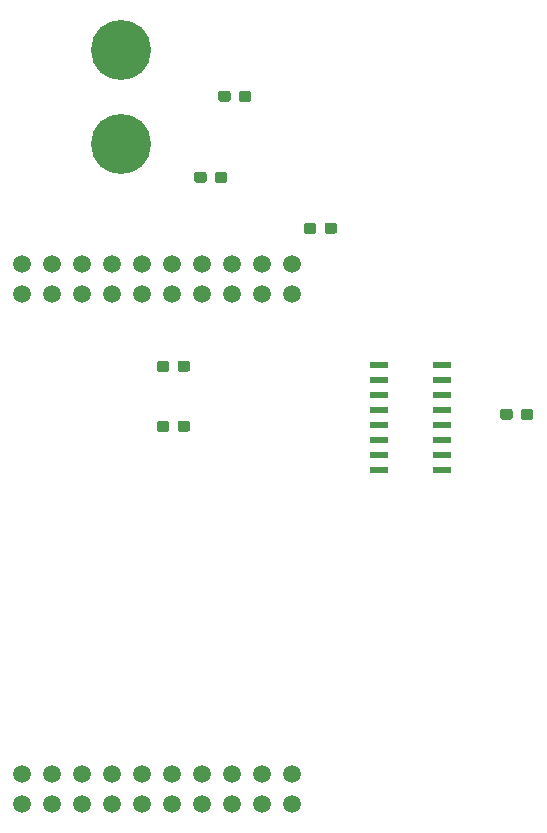
<source format=gbr>
G04 #@! TF.GenerationSoftware,KiCad,Pcbnew,(5.0.0)*
G04 #@! TF.CreationDate,2018-09-29T15:14:27-05:00*
G04 #@! TF.ProjectId,2018Training,32303138547261696E696E672E6B6963,rev?*
G04 #@! TF.SameCoordinates,Original*
G04 #@! TF.FileFunction,Paste,Top*
G04 #@! TF.FilePolarity,Positive*
%FSLAX46Y46*%
G04 Gerber Fmt 4.6, Leading zero omitted, Abs format (unit mm)*
G04 Created by KiCad (PCBNEW (5.0.0)) date 09/29/18 15:14:27*
%MOMM*%
%LPD*%
G01*
G04 APERTURE LIST*
%ADD10R,1.500000X0.600000*%
%ADD11C,5.080000*%
%ADD12C,1.520000*%
%ADD13C,0.100000*%
%ADD14C,0.950000*%
G04 APERTURE END LIST*
D10*
G04 #@! TO.C,U3*
X154940000Y-78105000D03*
X154940000Y-79375000D03*
X154940000Y-80645000D03*
X154940000Y-81915000D03*
X154940000Y-83185000D03*
X154940000Y-84455000D03*
X154940000Y-85725000D03*
X154940000Y-86995000D03*
X160340000Y-86995000D03*
X160340000Y-85725000D03*
X160340000Y-84455000D03*
X160340000Y-83185000D03*
X160340000Y-81915000D03*
X160340000Y-80645000D03*
X160340000Y-79375000D03*
X160340000Y-78105000D03*
G04 #@! TD*
D11*
G04 #@! TO.C,Conn1*
X133121400Y-59437000D03*
X133121400Y-51436000D03*
G04 #@! TD*
D12*
G04 #@! TO.C,U1*
X124739001Y-115315001D03*
X147599001Y-69595001D03*
X145059001Y-69595001D03*
X137439001Y-69595001D03*
X134899001Y-112775001D03*
X139979001Y-69595001D03*
X142519001Y-69595001D03*
X139979001Y-115315001D03*
X145059001Y-112775001D03*
X134899001Y-69595001D03*
X132359001Y-69595001D03*
X145059001Y-115315001D03*
X139979001Y-112775001D03*
X137439001Y-112775001D03*
X124739001Y-112775001D03*
X127279001Y-112775001D03*
X129819001Y-112775001D03*
X132359001Y-112775001D03*
X142519001Y-112775001D03*
X147599001Y-112775001D03*
X127279001Y-115315001D03*
X129819001Y-115315001D03*
X132359001Y-115315001D03*
X134899001Y-115315001D03*
X137439001Y-115315001D03*
X142519001Y-115315001D03*
X147599001Y-115315001D03*
X124739001Y-72135001D03*
X127279001Y-72135001D03*
X129819001Y-72135001D03*
X132359001Y-72135001D03*
X134899001Y-72135001D03*
X137439001Y-72135001D03*
X139979001Y-72135001D03*
X142519001Y-72135001D03*
X145059001Y-72135001D03*
X147599001Y-72135001D03*
X124739001Y-69595001D03*
X127279001Y-69595001D03*
X129819001Y-69595001D03*
G04 #@! TD*
D13*
G04 #@! TO.C,C1*
G36*
X142183779Y-54898144D02*
X142206834Y-54901563D01*
X142229443Y-54907227D01*
X142251387Y-54915079D01*
X142272457Y-54925044D01*
X142292448Y-54937026D01*
X142311168Y-54950910D01*
X142328438Y-54966562D01*
X142344090Y-54983832D01*
X142357974Y-55002552D01*
X142369956Y-55022543D01*
X142379921Y-55043613D01*
X142387773Y-55065557D01*
X142393437Y-55088166D01*
X142396856Y-55111221D01*
X142398000Y-55134500D01*
X142398000Y-55609500D01*
X142396856Y-55632779D01*
X142393437Y-55655834D01*
X142387773Y-55678443D01*
X142379921Y-55700387D01*
X142369956Y-55721457D01*
X142357974Y-55741448D01*
X142344090Y-55760168D01*
X142328438Y-55777438D01*
X142311168Y-55793090D01*
X142292448Y-55806974D01*
X142272457Y-55818956D01*
X142251387Y-55828921D01*
X142229443Y-55836773D01*
X142206834Y-55842437D01*
X142183779Y-55845856D01*
X142160500Y-55847000D01*
X141585500Y-55847000D01*
X141562221Y-55845856D01*
X141539166Y-55842437D01*
X141516557Y-55836773D01*
X141494613Y-55828921D01*
X141473543Y-55818956D01*
X141453552Y-55806974D01*
X141434832Y-55793090D01*
X141417562Y-55777438D01*
X141401910Y-55760168D01*
X141388026Y-55741448D01*
X141376044Y-55721457D01*
X141366079Y-55700387D01*
X141358227Y-55678443D01*
X141352563Y-55655834D01*
X141349144Y-55632779D01*
X141348000Y-55609500D01*
X141348000Y-55134500D01*
X141349144Y-55111221D01*
X141352563Y-55088166D01*
X141358227Y-55065557D01*
X141366079Y-55043613D01*
X141376044Y-55022543D01*
X141388026Y-55002552D01*
X141401910Y-54983832D01*
X141417562Y-54966562D01*
X141434832Y-54950910D01*
X141453552Y-54937026D01*
X141473543Y-54925044D01*
X141494613Y-54915079D01*
X141516557Y-54907227D01*
X141539166Y-54901563D01*
X141562221Y-54898144D01*
X141585500Y-54897000D01*
X142160500Y-54897000D01*
X142183779Y-54898144D01*
X142183779Y-54898144D01*
G37*
D14*
X141873000Y-55372000D03*
D13*
G36*
X143933779Y-54898144D02*
X143956834Y-54901563D01*
X143979443Y-54907227D01*
X144001387Y-54915079D01*
X144022457Y-54925044D01*
X144042448Y-54937026D01*
X144061168Y-54950910D01*
X144078438Y-54966562D01*
X144094090Y-54983832D01*
X144107974Y-55002552D01*
X144119956Y-55022543D01*
X144129921Y-55043613D01*
X144137773Y-55065557D01*
X144143437Y-55088166D01*
X144146856Y-55111221D01*
X144148000Y-55134500D01*
X144148000Y-55609500D01*
X144146856Y-55632779D01*
X144143437Y-55655834D01*
X144137773Y-55678443D01*
X144129921Y-55700387D01*
X144119956Y-55721457D01*
X144107974Y-55741448D01*
X144094090Y-55760168D01*
X144078438Y-55777438D01*
X144061168Y-55793090D01*
X144042448Y-55806974D01*
X144022457Y-55818956D01*
X144001387Y-55828921D01*
X143979443Y-55836773D01*
X143956834Y-55842437D01*
X143933779Y-55845856D01*
X143910500Y-55847000D01*
X143335500Y-55847000D01*
X143312221Y-55845856D01*
X143289166Y-55842437D01*
X143266557Y-55836773D01*
X143244613Y-55828921D01*
X143223543Y-55818956D01*
X143203552Y-55806974D01*
X143184832Y-55793090D01*
X143167562Y-55777438D01*
X143151910Y-55760168D01*
X143138026Y-55741448D01*
X143126044Y-55721457D01*
X143116079Y-55700387D01*
X143108227Y-55678443D01*
X143102563Y-55655834D01*
X143099144Y-55632779D01*
X143098000Y-55609500D01*
X143098000Y-55134500D01*
X143099144Y-55111221D01*
X143102563Y-55088166D01*
X143108227Y-55065557D01*
X143116079Y-55043613D01*
X143126044Y-55022543D01*
X143138026Y-55002552D01*
X143151910Y-54983832D01*
X143167562Y-54966562D01*
X143184832Y-54950910D01*
X143203552Y-54937026D01*
X143223543Y-54925044D01*
X143244613Y-54915079D01*
X143266557Y-54907227D01*
X143289166Y-54901563D01*
X143312221Y-54898144D01*
X143335500Y-54897000D01*
X143910500Y-54897000D01*
X143933779Y-54898144D01*
X143933779Y-54898144D01*
G37*
D14*
X143623000Y-55372000D03*
G04 #@! TD*
D13*
G04 #@! TO.C,C2*
G36*
X141901779Y-61756144D02*
X141924834Y-61759563D01*
X141947443Y-61765227D01*
X141969387Y-61773079D01*
X141990457Y-61783044D01*
X142010448Y-61795026D01*
X142029168Y-61808910D01*
X142046438Y-61824562D01*
X142062090Y-61841832D01*
X142075974Y-61860552D01*
X142087956Y-61880543D01*
X142097921Y-61901613D01*
X142105773Y-61923557D01*
X142111437Y-61946166D01*
X142114856Y-61969221D01*
X142116000Y-61992500D01*
X142116000Y-62467500D01*
X142114856Y-62490779D01*
X142111437Y-62513834D01*
X142105773Y-62536443D01*
X142097921Y-62558387D01*
X142087956Y-62579457D01*
X142075974Y-62599448D01*
X142062090Y-62618168D01*
X142046438Y-62635438D01*
X142029168Y-62651090D01*
X142010448Y-62664974D01*
X141990457Y-62676956D01*
X141969387Y-62686921D01*
X141947443Y-62694773D01*
X141924834Y-62700437D01*
X141901779Y-62703856D01*
X141878500Y-62705000D01*
X141303500Y-62705000D01*
X141280221Y-62703856D01*
X141257166Y-62700437D01*
X141234557Y-62694773D01*
X141212613Y-62686921D01*
X141191543Y-62676956D01*
X141171552Y-62664974D01*
X141152832Y-62651090D01*
X141135562Y-62635438D01*
X141119910Y-62618168D01*
X141106026Y-62599448D01*
X141094044Y-62579457D01*
X141084079Y-62558387D01*
X141076227Y-62536443D01*
X141070563Y-62513834D01*
X141067144Y-62490779D01*
X141066000Y-62467500D01*
X141066000Y-61992500D01*
X141067144Y-61969221D01*
X141070563Y-61946166D01*
X141076227Y-61923557D01*
X141084079Y-61901613D01*
X141094044Y-61880543D01*
X141106026Y-61860552D01*
X141119910Y-61841832D01*
X141135562Y-61824562D01*
X141152832Y-61808910D01*
X141171552Y-61795026D01*
X141191543Y-61783044D01*
X141212613Y-61773079D01*
X141234557Y-61765227D01*
X141257166Y-61759563D01*
X141280221Y-61756144D01*
X141303500Y-61755000D01*
X141878500Y-61755000D01*
X141901779Y-61756144D01*
X141901779Y-61756144D01*
G37*
D14*
X141591000Y-62230000D03*
D13*
G36*
X140151779Y-61756144D02*
X140174834Y-61759563D01*
X140197443Y-61765227D01*
X140219387Y-61773079D01*
X140240457Y-61783044D01*
X140260448Y-61795026D01*
X140279168Y-61808910D01*
X140296438Y-61824562D01*
X140312090Y-61841832D01*
X140325974Y-61860552D01*
X140337956Y-61880543D01*
X140347921Y-61901613D01*
X140355773Y-61923557D01*
X140361437Y-61946166D01*
X140364856Y-61969221D01*
X140366000Y-61992500D01*
X140366000Y-62467500D01*
X140364856Y-62490779D01*
X140361437Y-62513834D01*
X140355773Y-62536443D01*
X140347921Y-62558387D01*
X140337956Y-62579457D01*
X140325974Y-62599448D01*
X140312090Y-62618168D01*
X140296438Y-62635438D01*
X140279168Y-62651090D01*
X140260448Y-62664974D01*
X140240457Y-62676956D01*
X140219387Y-62686921D01*
X140197443Y-62694773D01*
X140174834Y-62700437D01*
X140151779Y-62703856D01*
X140128500Y-62705000D01*
X139553500Y-62705000D01*
X139530221Y-62703856D01*
X139507166Y-62700437D01*
X139484557Y-62694773D01*
X139462613Y-62686921D01*
X139441543Y-62676956D01*
X139421552Y-62664974D01*
X139402832Y-62651090D01*
X139385562Y-62635438D01*
X139369910Y-62618168D01*
X139356026Y-62599448D01*
X139344044Y-62579457D01*
X139334079Y-62558387D01*
X139326227Y-62536443D01*
X139320563Y-62513834D01*
X139317144Y-62490779D01*
X139316000Y-62467500D01*
X139316000Y-61992500D01*
X139317144Y-61969221D01*
X139320563Y-61946166D01*
X139326227Y-61923557D01*
X139334079Y-61901613D01*
X139344044Y-61880543D01*
X139356026Y-61860552D01*
X139369910Y-61841832D01*
X139385562Y-61824562D01*
X139402832Y-61808910D01*
X139421552Y-61795026D01*
X139441543Y-61783044D01*
X139462613Y-61773079D01*
X139484557Y-61765227D01*
X139507166Y-61759563D01*
X139530221Y-61756144D01*
X139553500Y-61755000D01*
X140128500Y-61755000D01*
X140151779Y-61756144D01*
X140151779Y-61756144D01*
G37*
D14*
X139841000Y-62230000D03*
G04 #@! TD*
D13*
G04 #@! TO.C,C3*
G36*
X149436779Y-66074144D02*
X149459834Y-66077563D01*
X149482443Y-66083227D01*
X149504387Y-66091079D01*
X149525457Y-66101044D01*
X149545448Y-66113026D01*
X149564168Y-66126910D01*
X149581438Y-66142562D01*
X149597090Y-66159832D01*
X149610974Y-66178552D01*
X149622956Y-66198543D01*
X149632921Y-66219613D01*
X149640773Y-66241557D01*
X149646437Y-66264166D01*
X149649856Y-66287221D01*
X149651000Y-66310500D01*
X149651000Y-66785500D01*
X149649856Y-66808779D01*
X149646437Y-66831834D01*
X149640773Y-66854443D01*
X149632921Y-66876387D01*
X149622956Y-66897457D01*
X149610974Y-66917448D01*
X149597090Y-66936168D01*
X149581438Y-66953438D01*
X149564168Y-66969090D01*
X149545448Y-66982974D01*
X149525457Y-66994956D01*
X149504387Y-67004921D01*
X149482443Y-67012773D01*
X149459834Y-67018437D01*
X149436779Y-67021856D01*
X149413500Y-67023000D01*
X148838500Y-67023000D01*
X148815221Y-67021856D01*
X148792166Y-67018437D01*
X148769557Y-67012773D01*
X148747613Y-67004921D01*
X148726543Y-66994956D01*
X148706552Y-66982974D01*
X148687832Y-66969090D01*
X148670562Y-66953438D01*
X148654910Y-66936168D01*
X148641026Y-66917448D01*
X148629044Y-66897457D01*
X148619079Y-66876387D01*
X148611227Y-66854443D01*
X148605563Y-66831834D01*
X148602144Y-66808779D01*
X148601000Y-66785500D01*
X148601000Y-66310500D01*
X148602144Y-66287221D01*
X148605563Y-66264166D01*
X148611227Y-66241557D01*
X148619079Y-66219613D01*
X148629044Y-66198543D01*
X148641026Y-66178552D01*
X148654910Y-66159832D01*
X148670562Y-66142562D01*
X148687832Y-66126910D01*
X148706552Y-66113026D01*
X148726543Y-66101044D01*
X148747613Y-66091079D01*
X148769557Y-66083227D01*
X148792166Y-66077563D01*
X148815221Y-66074144D01*
X148838500Y-66073000D01*
X149413500Y-66073000D01*
X149436779Y-66074144D01*
X149436779Y-66074144D01*
G37*
D14*
X149126000Y-66548000D03*
D13*
G36*
X151186779Y-66074144D02*
X151209834Y-66077563D01*
X151232443Y-66083227D01*
X151254387Y-66091079D01*
X151275457Y-66101044D01*
X151295448Y-66113026D01*
X151314168Y-66126910D01*
X151331438Y-66142562D01*
X151347090Y-66159832D01*
X151360974Y-66178552D01*
X151372956Y-66198543D01*
X151382921Y-66219613D01*
X151390773Y-66241557D01*
X151396437Y-66264166D01*
X151399856Y-66287221D01*
X151401000Y-66310500D01*
X151401000Y-66785500D01*
X151399856Y-66808779D01*
X151396437Y-66831834D01*
X151390773Y-66854443D01*
X151382921Y-66876387D01*
X151372956Y-66897457D01*
X151360974Y-66917448D01*
X151347090Y-66936168D01*
X151331438Y-66953438D01*
X151314168Y-66969090D01*
X151295448Y-66982974D01*
X151275457Y-66994956D01*
X151254387Y-67004921D01*
X151232443Y-67012773D01*
X151209834Y-67018437D01*
X151186779Y-67021856D01*
X151163500Y-67023000D01*
X150588500Y-67023000D01*
X150565221Y-67021856D01*
X150542166Y-67018437D01*
X150519557Y-67012773D01*
X150497613Y-67004921D01*
X150476543Y-66994956D01*
X150456552Y-66982974D01*
X150437832Y-66969090D01*
X150420562Y-66953438D01*
X150404910Y-66936168D01*
X150391026Y-66917448D01*
X150379044Y-66897457D01*
X150369079Y-66876387D01*
X150361227Y-66854443D01*
X150355563Y-66831834D01*
X150352144Y-66808779D01*
X150351000Y-66785500D01*
X150351000Y-66310500D01*
X150352144Y-66287221D01*
X150355563Y-66264166D01*
X150361227Y-66241557D01*
X150369079Y-66219613D01*
X150379044Y-66198543D01*
X150391026Y-66178552D01*
X150404910Y-66159832D01*
X150420562Y-66142562D01*
X150437832Y-66126910D01*
X150456552Y-66113026D01*
X150476543Y-66101044D01*
X150497613Y-66091079D01*
X150519557Y-66083227D01*
X150542166Y-66077563D01*
X150565221Y-66074144D01*
X150588500Y-66073000D01*
X151163500Y-66073000D01*
X151186779Y-66074144D01*
X151186779Y-66074144D01*
G37*
D14*
X150876000Y-66548000D03*
G04 #@! TD*
D13*
G04 #@! TO.C,C4*
G36*
X167809779Y-81822144D02*
X167832834Y-81825563D01*
X167855443Y-81831227D01*
X167877387Y-81839079D01*
X167898457Y-81849044D01*
X167918448Y-81861026D01*
X167937168Y-81874910D01*
X167954438Y-81890562D01*
X167970090Y-81907832D01*
X167983974Y-81926552D01*
X167995956Y-81946543D01*
X168005921Y-81967613D01*
X168013773Y-81989557D01*
X168019437Y-82012166D01*
X168022856Y-82035221D01*
X168024000Y-82058500D01*
X168024000Y-82533500D01*
X168022856Y-82556779D01*
X168019437Y-82579834D01*
X168013773Y-82602443D01*
X168005921Y-82624387D01*
X167995956Y-82645457D01*
X167983974Y-82665448D01*
X167970090Y-82684168D01*
X167954438Y-82701438D01*
X167937168Y-82717090D01*
X167918448Y-82730974D01*
X167898457Y-82742956D01*
X167877387Y-82752921D01*
X167855443Y-82760773D01*
X167832834Y-82766437D01*
X167809779Y-82769856D01*
X167786500Y-82771000D01*
X167211500Y-82771000D01*
X167188221Y-82769856D01*
X167165166Y-82766437D01*
X167142557Y-82760773D01*
X167120613Y-82752921D01*
X167099543Y-82742956D01*
X167079552Y-82730974D01*
X167060832Y-82717090D01*
X167043562Y-82701438D01*
X167027910Y-82684168D01*
X167014026Y-82665448D01*
X167002044Y-82645457D01*
X166992079Y-82624387D01*
X166984227Y-82602443D01*
X166978563Y-82579834D01*
X166975144Y-82556779D01*
X166974000Y-82533500D01*
X166974000Y-82058500D01*
X166975144Y-82035221D01*
X166978563Y-82012166D01*
X166984227Y-81989557D01*
X166992079Y-81967613D01*
X167002044Y-81946543D01*
X167014026Y-81926552D01*
X167027910Y-81907832D01*
X167043562Y-81890562D01*
X167060832Y-81874910D01*
X167079552Y-81861026D01*
X167099543Y-81849044D01*
X167120613Y-81839079D01*
X167142557Y-81831227D01*
X167165166Y-81825563D01*
X167188221Y-81822144D01*
X167211500Y-81821000D01*
X167786500Y-81821000D01*
X167809779Y-81822144D01*
X167809779Y-81822144D01*
G37*
D14*
X167499000Y-82296000D03*
D13*
G36*
X166059779Y-81822144D02*
X166082834Y-81825563D01*
X166105443Y-81831227D01*
X166127387Y-81839079D01*
X166148457Y-81849044D01*
X166168448Y-81861026D01*
X166187168Y-81874910D01*
X166204438Y-81890562D01*
X166220090Y-81907832D01*
X166233974Y-81926552D01*
X166245956Y-81946543D01*
X166255921Y-81967613D01*
X166263773Y-81989557D01*
X166269437Y-82012166D01*
X166272856Y-82035221D01*
X166274000Y-82058500D01*
X166274000Y-82533500D01*
X166272856Y-82556779D01*
X166269437Y-82579834D01*
X166263773Y-82602443D01*
X166255921Y-82624387D01*
X166245956Y-82645457D01*
X166233974Y-82665448D01*
X166220090Y-82684168D01*
X166204438Y-82701438D01*
X166187168Y-82717090D01*
X166168448Y-82730974D01*
X166148457Y-82742956D01*
X166127387Y-82752921D01*
X166105443Y-82760773D01*
X166082834Y-82766437D01*
X166059779Y-82769856D01*
X166036500Y-82771000D01*
X165461500Y-82771000D01*
X165438221Y-82769856D01*
X165415166Y-82766437D01*
X165392557Y-82760773D01*
X165370613Y-82752921D01*
X165349543Y-82742956D01*
X165329552Y-82730974D01*
X165310832Y-82717090D01*
X165293562Y-82701438D01*
X165277910Y-82684168D01*
X165264026Y-82665448D01*
X165252044Y-82645457D01*
X165242079Y-82624387D01*
X165234227Y-82602443D01*
X165228563Y-82579834D01*
X165225144Y-82556779D01*
X165224000Y-82533500D01*
X165224000Y-82058500D01*
X165225144Y-82035221D01*
X165228563Y-82012166D01*
X165234227Y-81989557D01*
X165242079Y-81967613D01*
X165252044Y-81946543D01*
X165264026Y-81926552D01*
X165277910Y-81907832D01*
X165293562Y-81890562D01*
X165310832Y-81874910D01*
X165329552Y-81861026D01*
X165349543Y-81849044D01*
X165370613Y-81839079D01*
X165392557Y-81831227D01*
X165415166Y-81825563D01*
X165438221Y-81822144D01*
X165461500Y-81821000D01*
X166036500Y-81821000D01*
X166059779Y-81822144D01*
X166059779Y-81822144D01*
G37*
D14*
X165749000Y-82296000D03*
G04 #@! TD*
D13*
G04 #@! TO.C,C5*
G36*
X136990779Y-77758144D02*
X137013834Y-77761563D01*
X137036443Y-77767227D01*
X137058387Y-77775079D01*
X137079457Y-77785044D01*
X137099448Y-77797026D01*
X137118168Y-77810910D01*
X137135438Y-77826562D01*
X137151090Y-77843832D01*
X137164974Y-77862552D01*
X137176956Y-77882543D01*
X137186921Y-77903613D01*
X137194773Y-77925557D01*
X137200437Y-77948166D01*
X137203856Y-77971221D01*
X137205000Y-77994500D01*
X137205000Y-78469500D01*
X137203856Y-78492779D01*
X137200437Y-78515834D01*
X137194773Y-78538443D01*
X137186921Y-78560387D01*
X137176956Y-78581457D01*
X137164974Y-78601448D01*
X137151090Y-78620168D01*
X137135438Y-78637438D01*
X137118168Y-78653090D01*
X137099448Y-78666974D01*
X137079457Y-78678956D01*
X137058387Y-78688921D01*
X137036443Y-78696773D01*
X137013834Y-78702437D01*
X136990779Y-78705856D01*
X136967500Y-78707000D01*
X136392500Y-78707000D01*
X136369221Y-78705856D01*
X136346166Y-78702437D01*
X136323557Y-78696773D01*
X136301613Y-78688921D01*
X136280543Y-78678956D01*
X136260552Y-78666974D01*
X136241832Y-78653090D01*
X136224562Y-78637438D01*
X136208910Y-78620168D01*
X136195026Y-78601448D01*
X136183044Y-78581457D01*
X136173079Y-78560387D01*
X136165227Y-78538443D01*
X136159563Y-78515834D01*
X136156144Y-78492779D01*
X136155000Y-78469500D01*
X136155000Y-77994500D01*
X136156144Y-77971221D01*
X136159563Y-77948166D01*
X136165227Y-77925557D01*
X136173079Y-77903613D01*
X136183044Y-77882543D01*
X136195026Y-77862552D01*
X136208910Y-77843832D01*
X136224562Y-77826562D01*
X136241832Y-77810910D01*
X136260552Y-77797026D01*
X136280543Y-77785044D01*
X136301613Y-77775079D01*
X136323557Y-77767227D01*
X136346166Y-77761563D01*
X136369221Y-77758144D01*
X136392500Y-77757000D01*
X136967500Y-77757000D01*
X136990779Y-77758144D01*
X136990779Y-77758144D01*
G37*
D14*
X136680000Y-78232000D03*
D13*
G36*
X138740779Y-77758144D02*
X138763834Y-77761563D01*
X138786443Y-77767227D01*
X138808387Y-77775079D01*
X138829457Y-77785044D01*
X138849448Y-77797026D01*
X138868168Y-77810910D01*
X138885438Y-77826562D01*
X138901090Y-77843832D01*
X138914974Y-77862552D01*
X138926956Y-77882543D01*
X138936921Y-77903613D01*
X138944773Y-77925557D01*
X138950437Y-77948166D01*
X138953856Y-77971221D01*
X138955000Y-77994500D01*
X138955000Y-78469500D01*
X138953856Y-78492779D01*
X138950437Y-78515834D01*
X138944773Y-78538443D01*
X138936921Y-78560387D01*
X138926956Y-78581457D01*
X138914974Y-78601448D01*
X138901090Y-78620168D01*
X138885438Y-78637438D01*
X138868168Y-78653090D01*
X138849448Y-78666974D01*
X138829457Y-78678956D01*
X138808387Y-78688921D01*
X138786443Y-78696773D01*
X138763834Y-78702437D01*
X138740779Y-78705856D01*
X138717500Y-78707000D01*
X138142500Y-78707000D01*
X138119221Y-78705856D01*
X138096166Y-78702437D01*
X138073557Y-78696773D01*
X138051613Y-78688921D01*
X138030543Y-78678956D01*
X138010552Y-78666974D01*
X137991832Y-78653090D01*
X137974562Y-78637438D01*
X137958910Y-78620168D01*
X137945026Y-78601448D01*
X137933044Y-78581457D01*
X137923079Y-78560387D01*
X137915227Y-78538443D01*
X137909563Y-78515834D01*
X137906144Y-78492779D01*
X137905000Y-78469500D01*
X137905000Y-77994500D01*
X137906144Y-77971221D01*
X137909563Y-77948166D01*
X137915227Y-77925557D01*
X137923079Y-77903613D01*
X137933044Y-77882543D01*
X137945026Y-77862552D01*
X137958910Y-77843832D01*
X137974562Y-77826562D01*
X137991832Y-77810910D01*
X138010552Y-77797026D01*
X138030543Y-77785044D01*
X138051613Y-77775079D01*
X138073557Y-77767227D01*
X138096166Y-77761563D01*
X138119221Y-77758144D01*
X138142500Y-77757000D01*
X138717500Y-77757000D01*
X138740779Y-77758144D01*
X138740779Y-77758144D01*
G37*
D14*
X138430000Y-78232000D03*
G04 #@! TD*
D13*
G04 #@! TO.C,C6*
G36*
X138740779Y-82838144D02*
X138763834Y-82841563D01*
X138786443Y-82847227D01*
X138808387Y-82855079D01*
X138829457Y-82865044D01*
X138849448Y-82877026D01*
X138868168Y-82890910D01*
X138885438Y-82906562D01*
X138901090Y-82923832D01*
X138914974Y-82942552D01*
X138926956Y-82962543D01*
X138936921Y-82983613D01*
X138944773Y-83005557D01*
X138950437Y-83028166D01*
X138953856Y-83051221D01*
X138955000Y-83074500D01*
X138955000Y-83549500D01*
X138953856Y-83572779D01*
X138950437Y-83595834D01*
X138944773Y-83618443D01*
X138936921Y-83640387D01*
X138926956Y-83661457D01*
X138914974Y-83681448D01*
X138901090Y-83700168D01*
X138885438Y-83717438D01*
X138868168Y-83733090D01*
X138849448Y-83746974D01*
X138829457Y-83758956D01*
X138808387Y-83768921D01*
X138786443Y-83776773D01*
X138763834Y-83782437D01*
X138740779Y-83785856D01*
X138717500Y-83787000D01*
X138142500Y-83787000D01*
X138119221Y-83785856D01*
X138096166Y-83782437D01*
X138073557Y-83776773D01*
X138051613Y-83768921D01*
X138030543Y-83758956D01*
X138010552Y-83746974D01*
X137991832Y-83733090D01*
X137974562Y-83717438D01*
X137958910Y-83700168D01*
X137945026Y-83681448D01*
X137933044Y-83661457D01*
X137923079Y-83640387D01*
X137915227Y-83618443D01*
X137909563Y-83595834D01*
X137906144Y-83572779D01*
X137905000Y-83549500D01*
X137905000Y-83074500D01*
X137906144Y-83051221D01*
X137909563Y-83028166D01*
X137915227Y-83005557D01*
X137923079Y-82983613D01*
X137933044Y-82962543D01*
X137945026Y-82942552D01*
X137958910Y-82923832D01*
X137974562Y-82906562D01*
X137991832Y-82890910D01*
X138010552Y-82877026D01*
X138030543Y-82865044D01*
X138051613Y-82855079D01*
X138073557Y-82847227D01*
X138096166Y-82841563D01*
X138119221Y-82838144D01*
X138142500Y-82837000D01*
X138717500Y-82837000D01*
X138740779Y-82838144D01*
X138740779Y-82838144D01*
G37*
D14*
X138430000Y-83312000D03*
D13*
G36*
X136990779Y-82838144D02*
X137013834Y-82841563D01*
X137036443Y-82847227D01*
X137058387Y-82855079D01*
X137079457Y-82865044D01*
X137099448Y-82877026D01*
X137118168Y-82890910D01*
X137135438Y-82906562D01*
X137151090Y-82923832D01*
X137164974Y-82942552D01*
X137176956Y-82962543D01*
X137186921Y-82983613D01*
X137194773Y-83005557D01*
X137200437Y-83028166D01*
X137203856Y-83051221D01*
X137205000Y-83074500D01*
X137205000Y-83549500D01*
X137203856Y-83572779D01*
X137200437Y-83595834D01*
X137194773Y-83618443D01*
X137186921Y-83640387D01*
X137176956Y-83661457D01*
X137164974Y-83681448D01*
X137151090Y-83700168D01*
X137135438Y-83717438D01*
X137118168Y-83733090D01*
X137099448Y-83746974D01*
X137079457Y-83758956D01*
X137058387Y-83768921D01*
X137036443Y-83776773D01*
X137013834Y-83782437D01*
X136990779Y-83785856D01*
X136967500Y-83787000D01*
X136392500Y-83787000D01*
X136369221Y-83785856D01*
X136346166Y-83782437D01*
X136323557Y-83776773D01*
X136301613Y-83768921D01*
X136280543Y-83758956D01*
X136260552Y-83746974D01*
X136241832Y-83733090D01*
X136224562Y-83717438D01*
X136208910Y-83700168D01*
X136195026Y-83681448D01*
X136183044Y-83661457D01*
X136173079Y-83640387D01*
X136165227Y-83618443D01*
X136159563Y-83595834D01*
X136156144Y-83572779D01*
X136155000Y-83549500D01*
X136155000Y-83074500D01*
X136156144Y-83051221D01*
X136159563Y-83028166D01*
X136165227Y-83005557D01*
X136173079Y-82983613D01*
X136183044Y-82962543D01*
X136195026Y-82942552D01*
X136208910Y-82923832D01*
X136224562Y-82906562D01*
X136241832Y-82890910D01*
X136260552Y-82877026D01*
X136280543Y-82865044D01*
X136301613Y-82855079D01*
X136323557Y-82847227D01*
X136346166Y-82841563D01*
X136369221Y-82838144D01*
X136392500Y-82837000D01*
X136967500Y-82837000D01*
X136990779Y-82838144D01*
X136990779Y-82838144D01*
G37*
D14*
X136680000Y-83312000D03*
G04 #@! TD*
M02*

</source>
